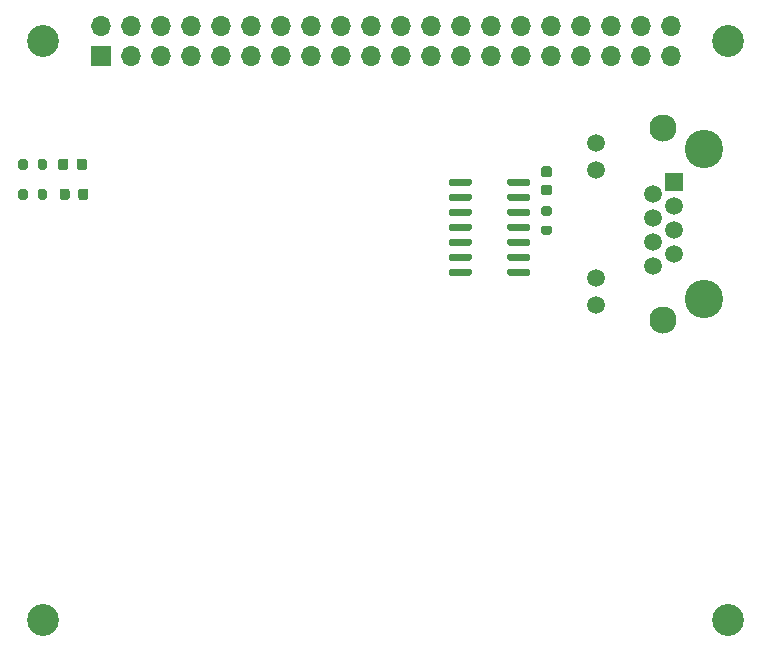
<source format=gts>
G04 #@! TF.GenerationSoftware,KiCad,Pcbnew,(5.1.7)-1*
G04 #@! TF.CreationDate,2020-10-30T03:26:27-04:00*
G04 #@! TF.ProjectId,server-hat,73657276-6572-42d6-9861-742e6b696361,rev?*
G04 #@! TF.SameCoordinates,Original*
G04 #@! TF.FileFunction,Soldermask,Top*
G04 #@! TF.FilePolarity,Negative*
%FSLAX46Y46*%
G04 Gerber Fmt 4.6, Leading zero omitted, Abs format (unit mm)*
G04 Created by KiCad (PCBNEW (5.1.7)-1) date 2020-10-30 03:26:27*
%MOMM*%
%LPD*%
G01*
G04 APERTURE LIST*
%ADD10C,1.500000*%
%ADD11C,2.300000*%
%ADD12C,3.250000*%
%ADD13R,1.500000X1.500000*%
%ADD14R,1.700000X1.700000*%
%ADD15O,1.700000X1.700000*%
%ADD16C,2.700000*%
G04 APERTURE END LIST*
G36*
G01*
X203019000Y-110778000D02*
X203019000Y-110228000D01*
G75*
G02*
X203219000Y-110028000I200000J0D01*
G01*
X203619000Y-110028000D01*
G75*
G02*
X203819000Y-110228000I0J-200000D01*
G01*
X203819000Y-110778000D01*
G75*
G02*
X203619000Y-110978000I-200000J0D01*
G01*
X203219000Y-110978000D01*
G75*
G02*
X203019000Y-110778000I0J200000D01*
G01*
G37*
G36*
G01*
X201369000Y-110778000D02*
X201369000Y-110228000D01*
G75*
G02*
X201569000Y-110028000I200000J0D01*
G01*
X201969000Y-110028000D01*
G75*
G02*
X202169000Y-110228000I0J-200000D01*
G01*
X202169000Y-110778000D01*
G75*
G02*
X201969000Y-110978000I-200000J0D01*
G01*
X201569000Y-110978000D01*
G75*
G02*
X201369000Y-110778000I0J200000D01*
G01*
G37*
G36*
G01*
X203019000Y-108238000D02*
X203019000Y-107688000D01*
G75*
G02*
X203219000Y-107488000I200000J0D01*
G01*
X203619000Y-107488000D01*
G75*
G02*
X203819000Y-107688000I0J-200000D01*
G01*
X203819000Y-108238000D01*
G75*
G02*
X203619000Y-108438000I-200000J0D01*
G01*
X203219000Y-108438000D01*
G75*
G02*
X203019000Y-108238000I0J200000D01*
G01*
G37*
G36*
G01*
X201369000Y-108238000D02*
X201369000Y-107688000D01*
G75*
G02*
X201569000Y-107488000I200000J0D01*
G01*
X201969000Y-107488000D01*
G75*
G02*
X202169000Y-107688000I0J-200000D01*
G01*
X202169000Y-108238000D01*
G75*
G02*
X201969000Y-108438000I-200000J0D01*
G01*
X201569000Y-108438000D01*
G75*
G02*
X201369000Y-108238000I0J200000D01*
G01*
G37*
G36*
G01*
X206446000Y-110759250D02*
X206446000Y-110246750D01*
G75*
G02*
X206664750Y-110028000I218750J0D01*
G01*
X207102250Y-110028000D01*
G75*
G02*
X207321000Y-110246750I0J-218750D01*
G01*
X207321000Y-110759250D01*
G75*
G02*
X207102250Y-110978000I-218750J0D01*
G01*
X206664750Y-110978000D01*
G75*
G02*
X206446000Y-110759250I0J218750D01*
G01*
G37*
G36*
G01*
X204871000Y-110759250D02*
X204871000Y-110246750D01*
G75*
G02*
X205089750Y-110028000I218750J0D01*
G01*
X205527250Y-110028000D01*
G75*
G02*
X205746000Y-110246750I0J-218750D01*
G01*
X205746000Y-110759250D01*
G75*
G02*
X205527250Y-110978000I-218750J0D01*
G01*
X205089750Y-110978000D01*
G75*
G02*
X204871000Y-110759250I0J218750D01*
G01*
G37*
G36*
G01*
X206319000Y-108219250D02*
X206319000Y-107706750D01*
G75*
G02*
X206537750Y-107488000I218750J0D01*
G01*
X206975250Y-107488000D01*
G75*
G02*
X207194000Y-107706750I0J-218750D01*
G01*
X207194000Y-108219250D01*
G75*
G02*
X206975250Y-108438000I-218750J0D01*
G01*
X206537750Y-108438000D01*
G75*
G02*
X206319000Y-108219250I0J218750D01*
G01*
G37*
G36*
G01*
X204744000Y-108219250D02*
X204744000Y-107706750D01*
G75*
G02*
X204962750Y-107488000I218750J0D01*
G01*
X205400250Y-107488000D01*
G75*
G02*
X205619000Y-107706750I0J-218750D01*
G01*
X205619000Y-108219250D01*
G75*
G02*
X205400250Y-108438000I-218750J0D01*
G01*
X204962750Y-108438000D01*
G75*
G02*
X204744000Y-108219250I0J218750D01*
G01*
G37*
G36*
G01*
X242775000Y-109637000D02*
X242775000Y-109337000D01*
G75*
G02*
X242925000Y-109187000I150000J0D01*
G01*
X244575000Y-109187000D01*
G75*
G02*
X244725000Y-109337000I0J-150000D01*
G01*
X244725000Y-109637000D01*
G75*
G02*
X244575000Y-109787000I-150000J0D01*
G01*
X242925000Y-109787000D01*
G75*
G02*
X242775000Y-109637000I0J150000D01*
G01*
G37*
G36*
G01*
X242775000Y-110907000D02*
X242775000Y-110607000D01*
G75*
G02*
X242925000Y-110457000I150000J0D01*
G01*
X244575000Y-110457000D01*
G75*
G02*
X244725000Y-110607000I0J-150000D01*
G01*
X244725000Y-110907000D01*
G75*
G02*
X244575000Y-111057000I-150000J0D01*
G01*
X242925000Y-111057000D01*
G75*
G02*
X242775000Y-110907000I0J150000D01*
G01*
G37*
G36*
G01*
X242775000Y-112177000D02*
X242775000Y-111877000D01*
G75*
G02*
X242925000Y-111727000I150000J0D01*
G01*
X244575000Y-111727000D01*
G75*
G02*
X244725000Y-111877000I0J-150000D01*
G01*
X244725000Y-112177000D01*
G75*
G02*
X244575000Y-112327000I-150000J0D01*
G01*
X242925000Y-112327000D01*
G75*
G02*
X242775000Y-112177000I0J150000D01*
G01*
G37*
G36*
G01*
X242775000Y-113447000D02*
X242775000Y-113147000D01*
G75*
G02*
X242925000Y-112997000I150000J0D01*
G01*
X244575000Y-112997000D01*
G75*
G02*
X244725000Y-113147000I0J-150000D01*
G01*
X244725000Y-113447000D01*
G75*
G02*
X244575000Y-113597000I-150000J0D01*
G01*
X242925000Y-113597000D01*
G75*
G02*
X242775000Y-113447000I0J150000D01*
G01*
G37*
G36*
G01*
X242775000Y-114717000D02*
X242775000Y-114417000D01*
G75*
G02*
X242925000Y-114267000I150000J0D01*
G01*
X244575000Y-114267000D01*
G75*
G02*
X244725000Y-114417000I0J-150000D01*
G01*
X244725000Y-114717000D01*
G75*
G02*
X244575000Y-114867000I-150000J0D01*
G01*
X242925000Y-114867000D01*
G75*
G02*
X242775000Y-114717000I0J150000D01*
G01*
G37*
G36*
G01*
X242775000Y-115987000D02*
X242775000Y-115687000D01*
G75*
G02*
X242925000Y-115537000I150000J0D01*
G01*
X244575000Y-115537000D01*
G75*
G02*
X244725000Y-115687000I0J-150000D01*
G01*
X244725000Y-115987000D01*
G75*
G02*
X244575000Y-116137000I-150000J0D01*
G01*
X242925000Y-116137000D01*
G75*
G02*
X242775000Y-115987000I0J150000D01*
G01*
G37*
G36*
G01*
X242775000Y-117257000D02*
X242775000Y-116957000D01*
G75*
G02*
X242925000Y-116807000I150000J0D01*
G01*
X244575000Y-116807000D01*
G75*
G02*
X244725000Y-116957000I0J-150000D01*
G01*
X244725000Y-117257000D01*
G75*
G02*
X244575000Y-117407000I-150000J0D01*
G01*
X242925000Y-117407000D01*
G75*
G02*
X242775000Y-117257000I0J150000D01*
G01*
G37*
G36*
G01*
X237825000Y-117257000D02*
X237825000Y-116957000D01*
G75*
G02*
X237975000Y-116807000I150000J0D01*
G01*
X239625000Y-116807000D01*
G75*
G02*
X239775000Y-116957000I0J-150000D01*
G01*
X239775000Y-117257000D01*
G75*
G02*
X239625000Y-117407000I-150000J0D01*
G01*
X237975000Y-117407000D01*
G75*
G02*
X237825000Y-117257000I0J150000D01*
G01*
G37*
G36*
G01*
X237825000Y-115987000D02*
X237825000Y-115687000D01*
G75*
G02*
X237975000Y-115537000I150000J0D01*
G01*
X239625000Y-115537000D01*
G75*
G02*
X239775000Y-115687000I0J-150000D01*
G01*
X239775000Y-115987000D01*
G75*
G02*
X239625000Y-116137000I-150000J0D01*
G01*
X237975000Y-116137000D01*
G75*
G02*
X237825000Y-115987000I0J150000D01*
G01*
G37*
G36*
G01*
X237825000Y-114717000D02*
X237825000Y-114417000D01*
G75*
G02*
X237975000Y-114267000I150000J0D01*
G01*
X239625000Y-114267000D01*
G75*
G02*
X239775000Y-114417000I0J-150000D01*
G01*
X239775000Y-114717000D01*
G75*
G02*
X239625000Y-114867000I-150000J0D01*
G01*
X237975000Y-114867000D01*
G75*
G02*
X237825000Y-114717000I0J150000D01*
G01*
G37*
G36*
G01*
X237825000Y-113447000D02*
X237825000Y-113147000D01*
G75*
G02*
X237975000Y-112997000I150000J0D01*
G01*
X239625000Y-112997000D01*
G75*
G02*
X239775000Y-113147000I0J-150000D01*
G01*
X239775000Y-113447000D01*
G75*
G02*
X239625000Y-113597000I-150000J0D01*
G01*
X237975000Y-113597000D01*
G75*
G02*
X237825000Y-113447000I0J150000D01*
G01*
G37*
G36*
G01*
X237825000Y-112177000D02*
X237825000Y-111877000D01*
G75*
G02*
X237975000Y-111727000I150000J0D01*
G01*
X239625000Y-111727000D01*
G75*
G02*
X239775000Y-111877000I0J-150000D01*
G01*
X239775000Y-112177000D01*
G75*
G02*
X239625000Y-112327000I-150000J0D01*
G01*
X237975000Y-112327000D01*
G75*
G02*
X237825000Y-112177000I0J150000D01*
G01*
G37*
G36*
G01*
X237825000Y-110907000D02*
X237825000Y-110607000D01*
G75*
G02*
X237975000Y-110457000I150000J0D01*
G01*
X239625000Y-110457000D01*
G75*
G02*
X239775000Y-110607000I0J-150000D01*
G01*
X239775000Y-110907000D01*
G75*
G02*
X239625000Y-111057000I-150000J0D01*
G01*
X237975000Y-111057000D01*
G75*
G02*
X237825000Y-110907000I0J150000D01*
G01*
G37*
G36*
G01*
X237825000Y-109637000D02*
X237825000Y-109337000D01*
G75*
G02*
X237975000Y-109187000I150000J0D01*
G01*
X239625000Y-109187000D01*
G75*
G02*
X239775000Y-109337000I0J-150000D01*
G01*
X239775000Y-109637000D01*
G75*
G02*
X239625000Y-109787000I-150000J0D01*
G01*
X237975000Y-109787000D01*
G75*
G02*
X237825000Y-109637000I0J150000D01*
G01*
G37*
G36*
G01*
X245826000Y-113151000D02*
X246376000Y-113151000D01*
G75*
G02*
X246576000Y-113351000I0J-200000D01*
G01*
X246576000Y-113751000D01*
G75*
G02*
X246376000Y-113951000I-200000J0D01*
G01*
X245826000Y-113951000D01*
G75*
G02*
X245626000Y-113751000I0J200000D01*
G01*
X245626000Y-113351000D01*
G75*
G02*
X245826000Y-113151000I200000J0D01*
G01*
G37*
G36*
G01*
X245826000Y-111501000D02*
X246376000Y-111501000D01*
G75*
G02*
X246576000Y-111701000I0J-200000D01*
G01*
X246576000Y-112101000D01*
G75*
G02*
X246376000Y-112301000I-200000J0D01*
G01*
X245826000Y-112301000D01*
G75*
G02*
X245626000Y-112101000I0J200000D01*
G01*
X245626000Y-111701000D01*
G75*
G02*
X245826000Y-111501000I200000J0D01*
G01*
G37*
D10*
X250296000Y-119907000D03*
X250296000Y-117617000D03*
X250296000Y-108477000D03*
X250296000Y-106187000D03*
D11*
X256006000Y-104917000D03*
X256006000Y-121177000D03*
D12*
X259436000Y-119397000D03*
X259436000Y-106697000D03*
D10*
X255116000Y-116599000D03*
X255116000Y-114567000D03*
X255116000Y-112535000D03*
X255116000Y-110503000D03*
X256896000Y-115583000D03*
X256896000Y-113551000D03*
X256896000Y-111519000D03*
D13*
X256896000Y-109487000D03*
G36*
G01*
X246351000Y-109035000D02*
X245851000Y-109035000D01*
G75*
G02*
X245626000Y-108810000I0J225000D01*
G01*
X245626000Y-108360000D01*
G75*
G02*
X245851000Y-108135000I225000J0D01*
G01*
X246351000Y-108135000D01*
G75*
G02*
X246576000Y-108360000I0J-225000D01*
G01*
X246576000Y-108810000D01*
G75*
G02*
X246351000Y-109035000I-225000J0D01*
G01*
G37*
G36*
G01*
X246351000Y-110585000D02*
X245851000Y-110585000D01*
G75*
G02*
X245626000Y-110360000I0J225000D01*
G01*
X245626000Y-109910000D01*
G75*
G02*
X245851000Y-109685000I225000J0D01*
G01*
X246351000Y-109685000D01*
G75*
G02*
X246576000Y-109910000I0J-225000D01*
G01*
X246576000Y-110360000D01*
G75*
G02*
X246351000Y-110585000I-225000J0D01*
G01*
G37*
D14*
X208370000Y-98770000D03*
D15*
X208370000Y-96230000D03*
X210910000Y-98770000D03*
X210910000Y-96230000D03*
X213450000Y-98770000D03*
X213450000Y-96230000D03*
X215990000Y-98770000D03*
X215990000Y-96230000D03*
X218530000Y-98770000D03*
X218530000Y-96230000D03*
X221070000Y-98770000D03*
X221070000Y-96230000D03*
X223610000Y-98770000D03*
X223610000Y-96230000D03*
X226150000Y-98770000D03*
X226150000Y-96230000D03*
X228690000Y-98770000D03*
X228690000Y-96230000D03*
X231230000Y-98770000D03*
X231230000Y-96230000D03*
X233770000Y-98770000D03*
X233770000Y-96230000D03*
X236310000Y-98770000D03*
X236310000Y-96230000D03*
X238850000Y-98770000D03*
X238850000Y-96230000D03*
X241390000Y-98770000D03*
X241390000Y-96230000D03*
X243930000Y-98770000D03*
X243930000Y-96230000D03*
X246470000Y-98770000D03*
X246470000Y-96230000D03*
X249010000Y-98770000D03*
X249010000Y-96230000D03*
X251550000Y-98770000D03*
X251550000Y-96230000D03*
X254090000Y-98770000D03*
X254090000Y-96230000D03*
X256630000Y-98770000D03*
X256630000Y-96230000D03*
D16*
X261500000Y-146500000D03*
X203500000Y-146500000D03*
X261500000Y-97500000D03*
X203500000Y-97500000D03*
M02*

</source>
